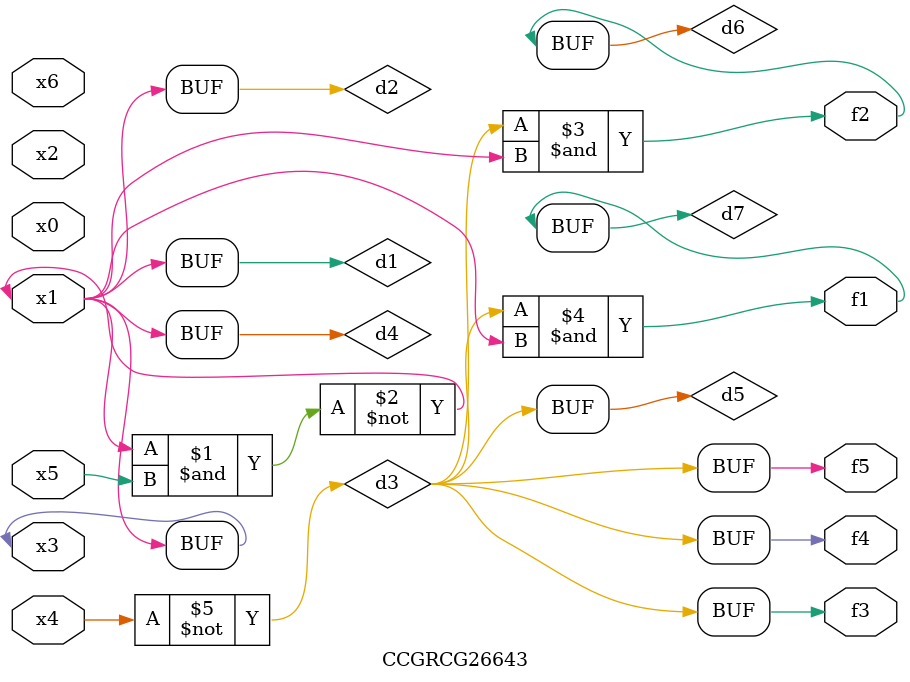
<source format=v>
module CCGRCG26643(
	input x0, x1, x2, x3, x4, x5, x6,
	output f1, f2, f3, f4, f5
);

	wire d1, d2, d3, d4, d5, d6, d7;

	buf (d1, x1, x3);
	nand (d2, x1, x5);
	not (d3, x4);
	buf (d4, d1, d2);
	buf (d5, d3);
	and (d6, d3, d4);
	and (d7, d3, d4);
	assign f1 = d7;
	assign f2 = d6;
	assign f3 = d5;
	assign f4 = d5;
	assign f5 = d5;
endmodule

</source>
